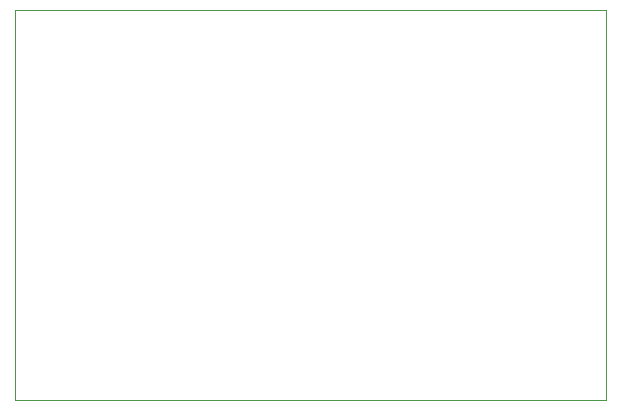
<source format=gm1>
G04 #@! TF.GenerationSoftware,KiCad,Pcbnew,(5.1.4)-1*
G04 #@! TF.CreationDate,2019-09-09T12:01:52+02:00*
G04 #@! TF.ProjectId,SwitchRelay,53776974-6368-4526-956c-61792e6b6963,1.0*
G04 #@! TF.SameCoordinates,Original*
G04 #@! TF.FileFunction,Profile,NP*
%FSLAX46Y46*%
G04 Gerber Fmt 4.6, Leading zero omitted, Abs format (unit mm)*
G04 Created by KiCad (PCBNEW (5.1.4)-1) date 2019-09-09 12:01:52*
%MOMM*%
%LPD*%
G04 APERTURE LIST*
%ADD10C,0.050000*%
G04 APERTURE END LIST*
D10*
X116605000Y-99705000D02*
X166605000Y-99705000D01*
X166605000Y-132705000D02*
X116605000Y-132705000D01*
X166605000Y-132705000D02*
X166605000Y-99705000D01*
X116605000Y-99705000D02*
X116605000Y-132705000D01*
M02*

</source>
